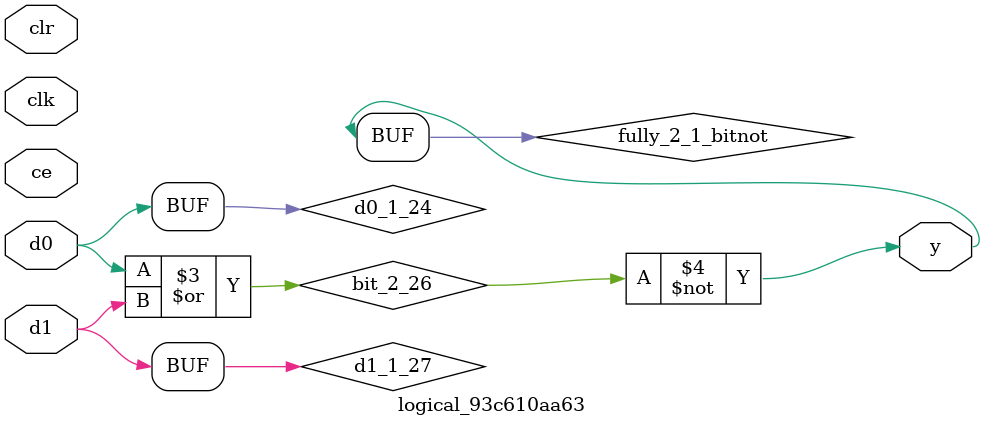
<source format=v>

`ifndef simulating
  `define simulating 1
`endif
// synopsys translate_on
`ifndef simulating
  `define simulating 0
`endif
`ifndef xlUnsigned
 `define xlUnsigned 1
`endif
`ifndef xlSigned
 `define xlSigned 2
`endif
`ifndef xlFloat
 `define xlFloat 3
`endif
`ifndef xlWrap
 `define xlWrap 1
`endif
`ifndef xlSaturate
 `define xlSaturate 2
`endif
`ifndef xlTruncate
 `define xlTruncate 1
`endif
`ifndef xlRound
 `define xlRound 2
`endif
`ifndef xlRoundBanker
 `define xlRoundBanker 3
`endif
`ifndef xlAddMode
 `define xlAddMode 1
`endif
`ifndef xlSubMode
 `define xlSubMode 2
`endif
`ifndef xlConvPkgIncluded
 `define xlConvPkgIncluded 1
`endif

//-----------------------------------------------------------------
// System Generator version 14.6 VERILOG source file.
//
// Copyright(C) 2013 by Xilinx, Inc.  All rights reserved.  This
// text/file contains proprietary, confidential information of Xilinx,
// Inc., is distributed under license from Xilinx, Inc., and may be used,
// copied and/or disclosed only pursuant to the terms of a valid license
// agreement with Xilinx, Inc.  Xilinx hereby grants you a license to use
// this text/file solely for design, simulation, implementation and
// creation of design files limited to Xilinx devices or technologies.
// Use with non-Xilinx devices or technologies is expressly prohibited
// and immediately terminates your license unless covered by a separate
// agreement.
//
// Xilinx is providing this design, code, or information "as is" solely
// for use in developing programs and solutions for Xilinx devices.  By
// providing this design, code, or information as one possible
// implementation of this feature, application or standard, Xilinx is
// making no representation that this implementation is free from any
// claims of infringement.  You are responsible for obtaining any rights
// you may require for your implementation.  Xilinx expressly disclaims
// any warranty whatsoever with respect to the adequacy of the
// implementation, including but not limited to warranties of
// merchantability or fitness for a particular purpose.
//
// Xilinx products are not intended for use in life support appliances,
// devices, or systems.  Use in such applications is expressly prohibited.
//
// Any modifications that are made to the source code are done at the user's
// sole risk and will be unsupported.
//
// This copyright and support notice must be retained as part of this
// text at all times.  (c) Copyright 1995-2013 Xilinx, Inc.  All rights
// reserved.
//-----------------------------------------------------------------
`timescale 1 ns / 10 ps
module srl17e (clk, ce, d, q);
    parameter width = 16;
    parameter latency = 8;
    input clk, ce;
    input [width-1:0] d;
    output [width-1:0] q;
    parameter signed [5:0] a = latency - 2;
    wire[width - 1:0] #0.2 d_delayed;
    wire[width - 1:0] srl16_out;
    genvar i;
    assign d_delayed = d ;
    generate
      for(i=0; i<width; i=i+1)
      begin:reg_array
            if (latency > 1)
                begin: has_2_latency
                 SRL16E u1 (.CLK(clk), .D(d_delayed[i]), .Q(srl16_out[i]), .CE(ce), .A0(a[0]), .A1(a[1]), .A2(a[2]), .A3(a[3]));
                end
            if (latency <= 1)
                begin: has_1_latency
                 assign srl16_out[i] = d_delayed[i];
                end
            if (latency != 0)
                begin: has_latency
                 FDE u2 (.C(clk), .D(srl16_out[i]), .Q(q[i]), .CE(ce));
                end
            if (latency == 0)
                begin:has_0_latency
                 assign q[i] = srl16_out[i];
                end
        end
    endgenerate
endmodule
module synth_reg (i, ce, clr, clk, o);
   parameter width  = 8;
   parameter latency  = 1;
   input[width - 1:0] i;
   input ce,clr,clk;
   output[width - 1:0] o;
   parameter complete_num_srl17es = latency/17;
   parameter remaining_latency = latency%17;
   parameter temp_num_srl17es = (latency/17) + ((latency%17)?1:0);
   parameter num_srl17es = temp_num_srl17es ? temp_num_srl17es : 1;
   wire [width - 1:0] z [0:num_srl17es-1];
   genvar t;
    generate
      if (latency <= 17)
          begin:has_only_1
              srl17e #(width, latency) srl17e_array0(.clk(clk), .ce(ce), .d(i), .q(o));
          end
     endgenerate
    generate
     if (latency > 17)
        begin:has_1
             assign o = z[num_srl17es-1];
             srl17e #(width, 17) srl17e_array0(.clk(clk), .ce(ce), .d(i), .q(z[0]));
        end
   endgenerate
   generate
      if (latency > 17)
          begin:more_than_1
              for (t=1; t < complete_num_srl17es; t=t+1)
                begin:left_complete_ones
                   srl17e #(width, 17) srl17e_array(.clk(clk), .ce(ce), .d(z[t-1]), .q(z[t]));
                end
          end
   endgenerate
   generate
     if ((remaining_latency > 0) && (latency>17))
          begin:remaining_ones
             srl17e #(width, (latency%17)) last_srl17e (.clk(clk), .ce(ce), .d(z[num_srl17es-2]), .q(z[num_srl17es-1]));
          end
   endgenerate
endmodule
module synth_reg_reg (i, ce, clr, clk, o);
   parameter width  = 8;
   parameter latency  = 1;
   input[width - 1:0] i;
   input ce, clr, clk;
   output[width - 1:0] o;
   wire[width - 1:0] o;
   genvar idx;
   reg[width - 1:0] reg_bank [latency:0];
   integer j;
   initial
     begin
        for (j=0; j < latency+1; j=j+1)
          begin
             reg_bank[j] = {width{1'b0}};
          end
     end

   generate
     if (latency == 0)
        begin:has_0_latency
         assign o = i;
       end
   endgenerate

   always @(i)
        begin
             reg_bank[0] = i;
         end
   generate
     if (latency > 0)
        begin:more_than_1
            assign o = reg_bank[latency];
         for (idx=0; idx < latency; idx=idx+1) begin:sync_loop
            always @(posedge clk)
                begin
                 if(clr)
                    begin
                      for (j=0; j < latency+1; j=j+1)
                        begin
                          reg_bank[j] = {width{1'b0}};
                       end
                    end
                 else if (ce)
                    begin
                        reg_bank[idx+1] <= reg_bank[idx] ;
                    end
               end
        end
      end
   endgenerate
endmodule

//-----------------------------------------------------------------
// System Generator version 14.6 VERILOG source file.
//
// Copyright(C) 2013 by Xilinx, Inc.  All rights reserved.  This
// text/file contains proprietary, confidential information of Xilinx,
// Inc., is distributed under license from Xilinx, Inc., and may be used,
// copied and/or disclosed only pursuant to the terms of a valid license
// agreement with Xilinx, Inc.  Xilinx hereby grants you a license to use
// this text/file solely for design, simulation, implementation and
// creation of design files limited to Xilinx devices or technologies.
// Use with non-Xilinx devices or technologies is expressly prohibited
// and immediately terminates your license unless covered by a separate
// agreement.
//
// Xilinx is providing this design, code, or information "as is" solely
// for use in developing programs and solutions for Xilinx devices.  By
// providing this design, code, or information as one possible
// implementation of this feature, application or standard, Xilinx is
// making no representation that this implementation is free from any
// claims of infringement.  You are responsible for obtaining any rights
// you may require for your implementation.  Xilinx expressly disclaims
// any warranty whatsoever with respect to the adequacy of the
// implementation, including but not limited to warranties of
// merchantability or fitness for a particular purpose.
//
// Xilinx products are not intended for use in life support appliances,
// devices, or systems.  Use in such applications is expressly prohibited.
//
// Any modifications that are made to the source code are done at the user's
// sole risk and will be unsupported.
//
// This copyright and support notice must be retained as part of this
// text at all times.  (c) Copyright 1995-2013 Xilinx, Inc.  All rights
// reserved.
//-----------------------------------------------------------------
`timescale 1 ns / 10 ps
module synth_reg_w_init (i, ce, clr, clk, o);
   parameter width  = 8;
   parameter init_index  = 0;
   parameter [width-1 : 0] init_value  = 'b0000;
   parameter latency  = 1;

   input[width - 1:0] i;
   input ce, clr, clk;
   output[width - 1:0] o;
   wire[(latency + 1) * width - 1:0] dly_i;
   wire #0.2 dly_clr;
   genvar index;

   generate
     if (latency == 0)
        begin:has_0_latency
         assign o = i;
        end
     else
        begin:has_latency
         assign dly_i[(latency + 1) * width - 1:latency * width] = i ;
         assign dly_clr = clr ;
         for (index=1; index<=latency; index=index+1)
           begin:fd_array
// synopsys translate_off
             defparam reg_comp_1.width = width;
             defparam reg_comp_1.init_index = init_index;
             defparam reg_comp_1.init_value = init_value;
// synopsys translate_on
             single_reg_w_init #(width, init_index, init_value)
               reg_comp_1(.clk(clk),
                          .i(dly_i[(index + 1)*width-1:index*width]),
                          .o(dly_i[index * width - 1:(index - 1) * width]),
                          .ce(ce),
                          .clr(dly_clr));
             end
        assign o = dly_i[width-1:0];
       end
   endgenerate
endmodule
module single_reg_w_init (i, ce, clr, clk, o);
   parameter width  = 8;
   parameter init_index  = 0;
   parameter [width-1 : 0] init_value  = 8'b00000000;
   input[width - 1:0] i;
   input ce;
   input clr;
   input clk;
   output[width - 1:0] o;
   parameter [0:0] init_index_val = (init_index ==  1) ? 1'b1 : 1'b0;
   parameter [width-1:0] result = (width > 1) ? { {(width-1){1'b0}}, init_index_val } : init_index_val;
   parameter [width-1:0] init_const = (init_index > 1) ? init_value : result;
   wire[width - 1:0] o;
   genvar index;

   generate
     for (index=0;index < width; index=index+1) begin:fd_prim_array
          if (init_const[index] == 0)
            begin:rst_comp
              FDRE fdre_comp(.C(clk),
                             .D(i[index]),
                             .Q(o[index]),
                             .CE(ce),
                             .R(clr));
            end
          else
            begin:set_comp
             FDSE fdse_comp(.C(clk),
                            .D(i[index]),
                            .Q(o[index]),
                            .CE(ce),
                            .S(clr));
            end
    end
   endgenerate
endmodule

//-----------------------------------------------------------------
// System Generator version 14.6 VERILOG source file.
//
// Copyright(C) 2013 by Xilinx, Inc.  All rights reserved.  This
// text/file contains proprietary, confidential information of Xilinx,
// Inc., is distributed under license from Xilinx, Inc., and may be used,
// copied and/or disclosed only pursuant to the terms of a valid license
// agreement with Xilinx, Inc.  Xilinx hereby grants you a license to use
// this text/file solely for design, simulation, implementation and
// creation of design files limited to Xilinx devices or technologies.
// Use with non-Xilinx devices or technologies is expressly prohibited
// and immediately terminates your license unless covered by a separate
// agreement.
//
// Xilinx is providing this design, code, or information "as is" solely
// for use in developing programs and solutions for Xilinx devices.  By
// providing this design, code, or information as one possible
// implementation of this feature, application or standard, Xilinx is
// making no representation that this implementation is free from any
// claims of infringement.  You are responsible for obtaining any rights
// you may require for your implementation.  Xilinx expressly disclaims
// any warranty whatsoever with respect to the adequacy of the
// implementation, including but not limited to warranties of
// merchantability or fitness for a particular purpose.
//
// Xilinx products are not intended for use in life support appliances,
// devices, or systems.  Use in such applications is expressly prohibited.
//
// Any modifications that are made to the source code are done at the user's
// sole risk and will be unsupported.
//
// This copyright and support notice must be retained as part of this
// text at all times.  (c) Copyright 1995-2013 Xilinx, Inc.  All rights
// reserved.
//-----------------------------------------------------------------
`ifndef xlConvPkgIncluded
`include "conv_pkg.v"
`endif
`ifndef xlConvertType
 `define xlConvertType
 `timescale 1 ns / 10 ps
module cast (inp, res);
    parameter signed [31:0] old_width = 4;
    parameter signed [31:0] old_bin_pt = 1;
    parameter signed [31:0] new_width = 4;
    parameter signed [31:0] new_bin_pt = 1;
    parameter signed [31:0] new_arith = `xlSigned;
    input [old_width - 1 : 0] inp;
    output [new_width - 1 : 0] res;

   parameter signed [31:0] right_of_dp = new_bin_pt - old_bin_pt;
    wire [new_width-1:0] result;
   genvar i;
   assign res = result;
   generate
      for (i = 0; i<new_width;  i = i+1)
        begin:cast_loop
           if ((i-right_of_dp) > old_width - 1)
             begin:u0
                if (new_arith == `xlUnsigned)
                  begin:u1
                     assign result[i] = 1'b0;
                  end
                if (new_arith == `xlSigned)
                  begin:u2
                     assign result[i] = inp[old_width-1];
                  end
             end
           else if ((i-right_of_dp) >= 0)
             begin:u3
                assign result[i] = inp[i-right_of_dp];
             end
           else
             begin:u4
                assign result[i] = 1'b0;
             end
        end
      endgenerate

endmodule
module shift_division_result (quotient, fraction, res);
    parameter signed [31:0] q_width = 16;
    parameter signed [31:0] f_width = 16;
    parameter signed [31:0] fraction_width = 8;
    parameter signed [31:0] shift_value = 8;
    parameter signed [31:0] shift_dir = 0;
    parameter signed [31:0] vec_MSB = q_width + f_width - 1;
    parameter signed [31:0] result_MSB = q_width + fraction_width - 1;
    parameter signed [31:0] result_LSB = vec_MSB - result_MSB;
    input [q_width - 1 : 0] quotient;
    input [f_width - 1 : 0] fraction;
    output [result_MSB : 0] res;

    wire [vec_MSB:0] vec;
    wire [vec_MSB:0] temp;
   genvar i;
   assign res = vec[vec_MSB:result_LSB];
   assign temp = { quotient, fraction };
   generate
      if (shift_dir == 1)
      begin:left_shift_loop
         for (i = vec_MSB; i>=0;  i = i-1)
         begin:u0
            if (i < shift_value)
            begin:u1
               assign vec[i] = 1'b0;
            end
            else
            begin:u2
               assign vec[i] = temp[i-shift_value];
             end
         end
      end
      else
      begin:right_shift_loop
         for (i = 0; i <= vec_MSB; i = i+1)
         begin:u3
            if (i > vec_MSB - shift_value)
            begin:u4
               assign vec[i] = temp[vec_MSB];
            end
            else
            begin:u5
               assign vec[i] = temp[i+shift_value];
            end
         end
      end
   endgenerate

endmodule
module shift_op (inp, res);
    parameter signed [31:0] inp_width = 16;
    parameter signed [31:0] result_width = 16;
    parameter signed [31:0] shift_value = 8;
    parameter signed [31:0] shift_dir = 0;
    parameter signed [31:0] vec_MSB = inp_width - 1;
    parameter signed [31:0] result_MSB = result_width - 1;
    parameter signed [31:0] result_LSB = vec_MSB - result_MSB;
    input [vec_MSB : 0] inp;
    output [result_MSB : 0] res;

    wire [vec_MSB:0] vec;
   genvar i;
   assign res = vec[vec_MSB:result_LSB];
   generate
      if (shift_dir == 1)
      begin:left_shift_loop
         for (i = vec_MSB; i>=0;  i = i-1)
         begin:u0
            if (i < shift_value)
            begin:u1
               assign vec[i] = 1'b0;
            end
            else
            begin:u2
               assign vec[i] = inp[i-shift_value];
             end
         end
      end
      else
      begin:right_shift_loop
         for (i = 0; i <= vec_MSB; i = i+1)
         begin:u3
            if (i > vec_MSB - shift_value)
            begin:u4
               assign vec[i] = inp[vec_MSB];
            end
            else
            begin:u5
               assign vec[i] = inp[i+shift_value];
            end
         end
      end
   endgenerate

endmodule
module pad_lsb (inp, res);
   parameter signed [31:0] orig_width = 4;
   parameter signed [31:0] new_width = 2;
   input [orig_width - 1 : 0] inp;
   output [new_width - 1 : 0] res;
   parameter signed [31:0] pad_pos = new_width - orig_width -1;
   wire [new_width-1:0] result;
   genvar i;
   assign  res = result;
   generate
      if (new_width >= orig_width)
        begin:u0
           assign result[new_width-1:new_width-orig_width] = inp[orig_width-1:0];
        end
   endgenerate

   generate
      if (pad_pos >= 0)
        begin:u1
           assign result[pad_pos:0] = {pad_pos{1'b0}};
        end
   endgenerate
endmodule
module zero_ext (inp, res);
   parameter signed [31:0]  old_width = 4;
   parameter signed [31:0]  new_width = 2;
   input [old_width - 1 : 0] inp;
   output [new_width - 1 : 0] res;
   wire [new_width-1:0] result;
   genvar i;
   assign res = result;
   generate
     if (new_width > old_width)
       begin:u0
          assign result = { {(new_width-old_width){1'b0}}, inp};
       end
     else
       begin:u1
          assign result[new_width-1:0] = inp[new_width-1:0];
       end
    endgenerate
endmodule
module sign_ext (inp, res);
   parameter signed [31:0]  old_width = 4;
   parameter signed [31:0]  new_width = 2;
   input [old_width - 1 : 0] inp;
   output [new_width - 1 : 0] res;
   wire [new_width-1:0] result;
   assign res = result;
   generate
     if (new_width > old_width)
       begin:u0
          assign result = { {(new_width-old_width){inp[old_width-1]}}, inp};
       end
     else
       begin:u1
          assign result[new_width-1:0] = inp[new_width-1:0];
       end
   endgenerate

endmodule
module extend_msb (inp, res);
    parameter signed [31:0]  old_width = 4;
    parameter signed [31:0]  new_width = 4;
    parameter signed [31:0]  new_arith = `xlSigned;
    input [old_width - 1 : 0] inp;
    output [new_width - 1 : 0] res;
    wire [new_width-1:0] result;
   assign res = result;
   generate
      if (new_arith ==`xlUnsigned)
        begin:u0
           zero_ext # (old_width, new_width)
             em_zero_ext (.inp(inp), .res(result));
        end
      else
        begin:u1
           sign_ext # (old_width, new_width)
             em_sign_ext (.inp(inp), .res(result));
        end
    endgenerate
endmodule
module align_input (inp, res);
    parameter signed [31:0]  old_width = 4;
    parameter signed [31:0]  delta = 1;
    parameter signed [31:0]  new_arith = `xlSigned;
    parameter signed [31:0]  new_width = 4;
    input [old_width - 1 : 0] inp;
    output [new_width - 1 : 0] res;
    parameter signed [31:0]  abs_delta = (delta >= 0) ? (delta) : (-delta);
    wire [new_width-1:0] result;
    wire [(old_width+abs_delta)-1:0] padded_inp;
   assign res = result;
   generate
      if (delta > 0)
        begin:u0
           pad_lsb # (old_width, old_width+delta)
             ai_pad_lsb (.inp(inp), .res(padded_inp));
           extend_msb # (old_width+delta, new_width, new_arith)
             ai_extend_msb (.inp(padded_inp), .res(result));
        end
      else
        begin:u1
           extend_msb # (old_width, new_width, new_arith)
             ai_extend_msb (.inp(inp), .res(result));
        end
   endgenerate
endmodule
module round_towards_inf (inp, res);
    parameter signed [31:0]  old_width = 4;
    parameter signed [31:0]  old_bin_pt = 2;
    parameter signed [31:0]  old_arith = `xlSigned;
    parameter signed [31:0]  new_width = 4;
    parameter signed [31:0]  new_bin_pt = 1;
    parameter signed [31:0]  new_arith = `xlSigned;
    input [old_width - 1 : 0] inp;
    output [new_width - 1 : 0] res;

   parameter signed [31:0]  right_of_dp = old_bin_pt - new_bin_pt;
   parameter signed [31:0]  abs_right_of_dp = (new_bin_pt > old_bin_pt) ? (new_bin_pt-old_bin_pt) : (old_bin_pt - new_bin_pt);
   parameter signed [31:0]  right_of_dp_2 = (right_of_dp >=2) ? right_of_dp-2 : 0;
   parameter signed [31:0]  right_of_dp_1 = (right_of_dp >=1) ? right_of_dp-1 : 0;
   reg [new_width-1:0] one_or_zero;
   wire [new_width-1:0] truncated_val;
   wire signed [new_width-1:0] result_signed;
   wire [abs_right_of_dp+old_width-1 : 0] padded_val;
   initial
     begin
        one_or_zero = {new_width{1'b0}};
     end
   generate
      if (right_of_dp >= 0)
        begin:u0
           if (new_arith ==`xlUnsigned)
             begin:u1
                zero_ext # (old_width-right_of_dp, new_width)
                  rti_zero_ext (.inp(inp[old_width-1:right_of_dp]), .res(truncated_val));
             end
           else
             begin:u2
                sign_ext # (old_width-right_of_dp, new_width)
                  rti_sign_ext (.inp(inp[old_width-1:right_of_dp]), .res(truncated_val));
             end
        end
      else
        begin:u3
           pad_lsb # (old_width, abs_right_of_dp+old_width)
             rti_pad_lsb (.inp(inp), .res(padded_val));
           if (new_arith ==`xlUnsigned)
             begin:u4
                zero_ext # (abs_right_of_dp+old_width, new_width)
                  rti_zero_ext1 (.inp(padded_val), .res(truncated_val));
             end
           else
             begin:u5
                sign_ext # (abs_right_of_dp+old_width, new_width)
                  rti_sign_ext1 (.inp(padded_val), .res(truncated_val));
             end
        end
   endgenerate
   generate
      if (new_arith == `xlSigned)
        begin:u6
           always @(inp)
             begin
                one_or_zero = {new_width{1'b0}};
               if (inp[old_width-1] == 1'b0)
                 begin
                    one_or_zero[0] = 1'b1;
                 end
               if ((right_of_dp >=2) && (right_of_dp <= old_width))
                 begin
                    if(|inp[right_of_dp_2:0] == 1'b1)
                       begin
                          one_or_zero[0] = 1'b1;
                       end
                 end
               if ((right_of_dp >=1) && (right_of_dp <= old_width))
                 begin
                    if(inp[right_of_dp_1] == 1'b0)
                      begin
                         one_or_zero[0] = 1'b0;
                      end
                 end
               else
                 begin
                    one_or_zero[0] = 1'b0;
                 end
             end
             assign result_signed = truncated_val + one_or_zero;
             assign res = result_signed;
        end

      else
        begin:u7
           always @(inp)
             begin
                one_or_zero = {new_width{1'b0}};
               if ((right_of_dp >=1) && (right_of_dp <= old_width))
                 begin
                    one_or_zero[0] = inp[right_of_dp_1];
                 end
             end
             assign res = truncated_val + one_or_zero;
        end
   endgenerate

endmodule
module round_towards_even (inp, res);
    parameter signed [31:0]  old_width = 4;
    parameter signed [31:0]  old_bin_pt = 2;
    parameter signed [31:0]  old_arith = `xlSigned;
    parameter signed [31:0]  new_width = 4;
    parameter signed [31:0]  new_bin_pt = 1;
    parameter signed [31:0]  new_arith = `xlSigned;
    input [old_width - 1 : 0] inp;
    output [new_width - 1 : 0] res;
   parameter signed [31:0]  right_of_dp = old_bin_pt - new_bin_pt;
   parameter signed [31:0]  abs_right_of_dp = (new_bin_pt > old_bin_pt) ? (new_bin_pt-old_bin_pt) : (old_bin_pt - new_bin_pt);
   parameter signed [31:0]  expected_new_width = old_width - right_of_dp + 1;
   reg [new_width-1:0] one_or_zero;
   wire signed [new_width-1:0] result_signed;
   wire [new_width-1:0] truncated_val;
   wire [abs_right_of_dp+old_width-1 : 0] padded_val;
   initial
     begin
      one_or_zero = { new_width{1'b0}};
     end

   generate
      if (right_of_dp >= 0)
        begin:u0
           if (new_arith == `xlUnsigned)
             begin:u1
                zero_ext # (old_width-right_of_dp, new_width)
                            rte_zero_ext (.inp(inp[old_width-1:right_of_dp]), .res(truncated_val));
             end
           else
             begin:u2
                sign_ext # (old_width-right_of_dp, new_width)
                            rte_sign_ext (.inp(inp[old_width-1:right_of_dp]), .res(truncated_val));
             end
        end

      else
        begin:u3
           pad_lsb # (old_width, abs_right_of_dp+old_width)
                            rte_pad_lsb (.inp(inp), .res(padded_val));
           if (new_arith == `xlUnsigned)
             begin:u4
                zero_ext # (abs_right_of_dp+old_width, new_width)
                            rte_zero_ext1 (.inp(padded_val), .res(truncated_val));
             end
           else
             begin:u5
                sign_ext # (abs_right_of_dp+old_width, new_width)
                            rte_sign_ext1 (.inp(padded_val), .res(truncated_val));
             end
        end
   endgenerate

   generate
      if ((right_of_dp ==1) && (right_of_dp <= old_width))
        begin:u6a
           always @(inp)
             begin
                one_or_zero = { new_width{1'b0}};
                if(inp[right_of_dp-1] == 1'b1)
                  begin
                     one_or_zero[0] = inp[right_of_dp];
                  end
                else
                  begin
                     one_or_zero[0] = inp[right_of_dp-1];
                  end
             end
       end
      else if ((right_of_dp >=2) && (right_of_dp <= old_width))
        begin:u6b
           always @(inp)
             begin
                one_or_zero = { new_width{1'b0}};
                if( (inp[right_of_dp-1] == 'b1) && !(|inp[right_of_dp-2:0]) )
                  begin
                     one_or_zero[0] = inp[right_of_dp];
                  end
                else
                  begin
                     one_or_zero[0] = inp[right_of_dp-1];
                  end
             end
       end
      else
        begin:u7
            always @(inp)
             begin
                one_or_zero = { new_width{1'b0}};
             end
        end
   endgenerate

   generate
      if (new_arith == `xlSigned)
        begin:u8
           assign result_signed = truncated_val + one_or_zero;
           assign res = result_signed;
        end
      else
        begin:u9
           assign res = truncated_val + one_or_zero;
        end
   endgenerate

endmodule
module trunc (inp, res);
    parameter signed [31:0]  old_width = 4;
    parameter signed [31:0]  old_bin_pt = 2;
    parameter signed [31:0]  old_arith = `xlSigned;
    parameter signed [31:0]  new_width = 4;
    parameter signed [31:0]  new_bin_pt = 1;
    parameter signed [31:0]  new_arith = `xlSigned;
    input [old_width - 1 : 0] inp;
    output [new_width - 1 : 0] res;

   parameter signed [31:0]  right_of_dp = old_bin_pt - new_bin_pt;
   parameter signed [31:0]  abs_right_of_dp = (new_bin_pt > old_bin_pt) ? (new_bin_pt-old_bin_pt) : (old_bin_pt - new_bin_pt);
   wire [new_width-1:0] result;
   wire [abs_right_of_dp+old_width-1 : 0] padded_val;
   assign res = result;
   generate
      if (new_bin_pt > old_bin_pt)
        begin:tr_u2
           pad_lsb # (old_width, abs_right_of_dp+old_width)
             tr_pad_lsb (.inp(inp), .res(padded_val));
           extend_msb # (old_width+abs_right_of_dp, new_width, new_arith)
             tr_extend_msb (.inp(padded_val), .res(result));
        end
      else
        begin:tr_u1
           extend_msb # (old_width-right_of_dp, new_width, new_arith)
             tr_extend_msb (.inp(inp[old_width-1:right_of_dp]), .res(result));
        end
   endgenerate

endmodule
module saturation_arith (inp, res);
    parameter signed [31:0]  old_width = 4;
    parameter signed [31:0]  old_bin_pt = 2;
    parameter signed [31:0]  old_arith = `xlSigned;
    parameter signed [31:0]  new_width = 4;
    parameter signed [31:0]  new_bin_pt = 1;
    parameter signed [31:0]  new_arith = `xlSigned;
    input [old_width - 1 : 0] inp;
    output [new_width - 1 : 0] res;
   parameter signed [31:0]  abs_right_of_dp = (new_bin_pt > old_bin_pt) ? (new_bin_pt-old_bin_pt) : (old_bin_pt - new_bin_pt);
   parameter signed [31:0]  abs_width = (new_width > old_width) ? (new_width-old_width) : 1;
   parameter signed [31:0]  abs_new_width = (old_width > new_width) ? new_width : 1;
   reg overflow;
   reg [old_width-1:0] vec;
   reg [new_width-1:0] result;
   assign res = result;
   generate
      if (old_width > new_width)
        begin:sa_u0
           always @ (inp)
             begin
                vec = inp;
                overflow = 1;
                if ( (old_arith == `xlSigned) && (new_arith == `xlSigned) )
                  begin
                    if (~|inp[old_width-1:abs_new_width-1] || &inp[old_width-1:abs_new_width-1])
                     begin
                       overflow = 0;
                     end
                 end

                if ( (old_arith == `xlSigned) && (new_arith == `xlUnsigned))
                   begin
                    if (~|inp[old_width-1 : abs_new_width])
                    begin
                       overflow = 0;
                    end
                end

                if ((old_arith == `xlUnsigned) &&  (new_arith == `xlUnsigned))
                  begin
                    if (~|inp[old_width-1 : abs_new_width])
                     begin
                       overflow = 0;
                     end
                  end

               if ( (old_arith == `xlUnsigned) && (new_arith == `xlSigned))
                 begin
                  if (~|inp[old_width-1:abs_new_width-1] || &inp[old_width-1:abs_new_width-1])
                    begin
                      overflow = 0;
                    end
                 end
               if (overflow == 1)
                 begin
                   if (new_arith == `xlSigned)
                     begin
                       if (inp[old_width-1] == 'b0)
                         begin
                           result = (new_width ==1) ? 1'b0 : {1'b0, {(new_width-1){1'b1}} };
                         end
                      else
                        begin
                          result = (new_width ==1) ? 1'b1 : {1'b1, {(new_width-1){1'b0}} };
                       end
                     end
                   else
                     begin
                       if ((old_arith == `xlSigned) && (inp[old_width-1] == 'b1))
                         begin
                           result = {new_width{1'b0}};
                         end
                       else
                         begin
                           result = {new_width{1'b1}};
                         end
                     end
                 end
               else
                 begin
                    if ( (old_arith == `xlSigned) && (new_arith == `xlUnsigned) && (inp[old_width-1] == 'b1) )
                    begin
                      vec = {old_width{1'b0}};
                    end
                    result = vec[new_width-1:0];
                 end
             end
        end
   endgenerate
   generate
      if (new_width > old_width)
        begin:sa_u1
         always @ (inp)
           begin
            vec = inp;
            if ( (old_arith == `xlSigned) && (new_arith == `xlUnsigned) && (inp[old_width-1] == 1'b1) )
              begin
                vec = {old_width{1'b0}};
              end
              if (new_arith == `xlUnsigned)
                begin
                  result = { {abs_width{1'b0}}, vec};
                end
              else
                begin
                  result = { {abs_width{inp[old_width-1]}}, vec};
                end
           end
       end
   endgenerate

   generate
      if (new_width == old_width)
        begin:sa_u2
         always @ (inp)
           begin
             if ( (old_arith == `xlSigned) && (new_arith == `xlUnsigned) && (inp[old_width-1] == 'b1) )
               begin
                 result = {old_width{1'b0}};
               end
             else
               begin
                 result = inp;
               end
           end
        end
   endgenerate

endmodule
module wrap_arith (inp, res);
    parameter signed [31:0]  old_width = 4;
    parameter signed [31:0]  old_bin_pt = 2;
    parameter signed [31:0]  old_arith = `xlSigned;
    parameter signed [31:0]  new_width = 4;
    parameter signed [31:0]  new_bin_pt = 1;
    parameter signed [31:0]  new_arith = `xlSigned;
    parameter signed [31:0]  result_arith = ((old_arith==`xlSigned)&&(new_arith==`xlUnsigned))? `xlSigned : new_arith;
    input [old_width - 1 : 0] inp;
    output [new_width - 1 : 0] res;
   wire [new_width-1:0] result;
   cast # (old_width, old_bin_pt, new_width, new_bin_pt, result_arith)
     wrap_cast (.inp(inp), .res(result));
   assign res = result;

endmodule
module convert_type (inp, res);
    parameter signed [31:0]  old_width = 4;
    parameter signed [31:0]  old_bin_pt = 2;
    parameter signed [31:0]  old_arith = `xlSigned;
    parameter signed [31:0]  new_width = 4;
    parameter signed [31:0]  new_bin_pt = 1;
    parameter signed [31:0]  new_arith = `xlSigned;
    parameter signed [31:0]  quantization = `xlTruncate;
    parameter signed [31:0]  overflow = `xlWrap;
    input [old_width - 1 : 0] inp;
    output [new_width - 1 : 0] res;

   parameter signed [31:0]  fp_width = old_width + 2;
   parameter signed [31:0]  fp_bin_pt = old_bin_pt;
   parameter signed [31:0]  fp_arith = old_arith;
   parameter signed [31:0]  q_width = fp_width + new_bin_pt - old_bin_pt;
   parameter signed [31:0]  q_bin_pt = new_bin_pt;
   parameter signed [31:0]  q_arith = old_arith;
   wire [fp_width-1:0] full_precision_result;
   wire [new_width-1:0] result;
   wire [q_width-1:0] quantized_result;
   assign res = result;
   cast # (old_width, old_bin_pt, fp_width, fp_bin_pt, fp_arith)
     fp_cast (.inp(inp), .res(full_precision_result));
   generate
      if (quantization == `xlRound)
        begin:ct_u0
           round_towards_inf # (fp_width, fp_bin_pt, fp_arith, q_width, q_bin_pt, q_arith)
             quant_rtf (.inp(full_precision_result), .res(quantized_result));
        end
   endgenerate

   generate
      if (quantization == `xlRoundBanker)
        begin:ct_u1
           round_towards_even # (fp_width, fp_bin_pt, fp_arith, q_width, q_bin_pt, q_arith)
             quant_rte (.inp(full_precision_result), .res(quantized_result));
        end
   endgenerate

   generate
      if (quantization == `xlTruncate)
        begin:ct_u2
           trunc # (fp_width, fp_bin_pt, fp_arith, q_width, q_bin_pt, q_arith)
             quant_tr (.inp(full_precision_result), .res(quantized_result));
        end
   endgenerate

   generate
      if (overflow == `xlSaturate)
        begin:ct_u3
           saturation_arith # (q_width, q_bin_pt, q_arith, new_width, new_bin_pt, new_arith)
            ovflo_sat (.inp(quantized_result), .res(result));
        end
   endgenerate

   generate
      if ((overflow == `xlWrap) || (overflow == 3))
        begin:ct_u4
           wrap_arith # (q_width, q_bin_pt, q_arith, new_width, new_bin_pt, new_arith)
             ovflo_wrap (.inp(quantized_result), .res(result));
        end
   endgenerate

endmodule
`endif


module delay_211dcce0ef (
  input [(1 - 1):0] d,
  output [(1 - 1):0] q,
  input clk,
  input ce,
  input clr);
  wire d_1_22;
  reg op_mem_20_24[0:(1 - 1)];
  initial
    begin
      op_mem_20_24[0] = 1'b0;
    end
  wire op_mem_20_24_front_din;
  wire op_mem_20_24_back;
  wire op_mem_20_24_push_front_pop_back_en;
  localparam [(1 - 1):0] const_value = 1'b1;
  assign d_1_22 = d;
  assign op_mem_20_24_back = op_mem_20_24[0];
  always @(posedge clk)
    begin:proc_op_mem_20_24
      integer i;
      if (((ce == 1'b1) && (op_mem_20_24_push_front_pop_back_en == 1'b1)))
        begin
          op_mem_20_24[0] <= op_mem_20_24_front_din;
        end
    end
  assign op_mem_20_24_front_din = d_1_22;
  assign op_mem_20_24_push_front_pop_back_en = 1'b1;
  assign q = op_mem_20_24_back;
endmodule
 



module inverter_33a63b558a (
  input [(1 - 1):0] ip,
  output [(1 - 1):0] op,
  input clk,
  input ce,
  input clr);
  wire ip_1_26;
  reg op_mem_22_20[0:(1 - 1)];
  initial
    begin
      op_mem_22_20[0] = 1'b0;
    end
  wire op_mem_22_20_front_din;
  wire op_mem_22_20_back;
  wire op_mem_22_20_push_front_pop_back_en;
  localparam [(1 - 1):0] const_value = 1'b1;
  wire internal_ip_12_1_bitnot;
  assign ip_1_26 = ip;
  assign op_mem_22_20_back = op_mem_22_20[0];
  always @(posedge clk)
    begin:proc_op_mem_22_20
      integer i;
      if (((ce == 1'b1) && (op_mem_22_20_push_front_pop_back_en == 1'b1)))
        begin
          op_mem_22_20[0] <= op_mem_22_20_front_din;
        end
    end
  assign internal_ip_12_1_bitnot = ~ip_1_26;
  assign op_mem_22_20_push_front_pop_back_en = 1'b0;
  assign op = internal_ip_12_1_bitnot;
endmodule
 



module logical_93c610aa63 (
  input [(1 - 1):0] d0,
  input [(1 - 1):0] d1,
  output [(1 - 1):0] y,
  input clk,
  input ce,
  input clr);
  wire d0_1_24;
  wire d1_1_27;
  wire bit_2_26;
  wire fully_2_1_bitnot;
  assign d0_1_24 = d0;
  assign d1_1_27 = d1;
  assign bit_2_26 = d0_1_24 | d1_1_27;
  assign fully_2_1_bitnot = ~bit_2_26;
  assign y = fully_2_1_bitnot;
endmodule
 


</source>
